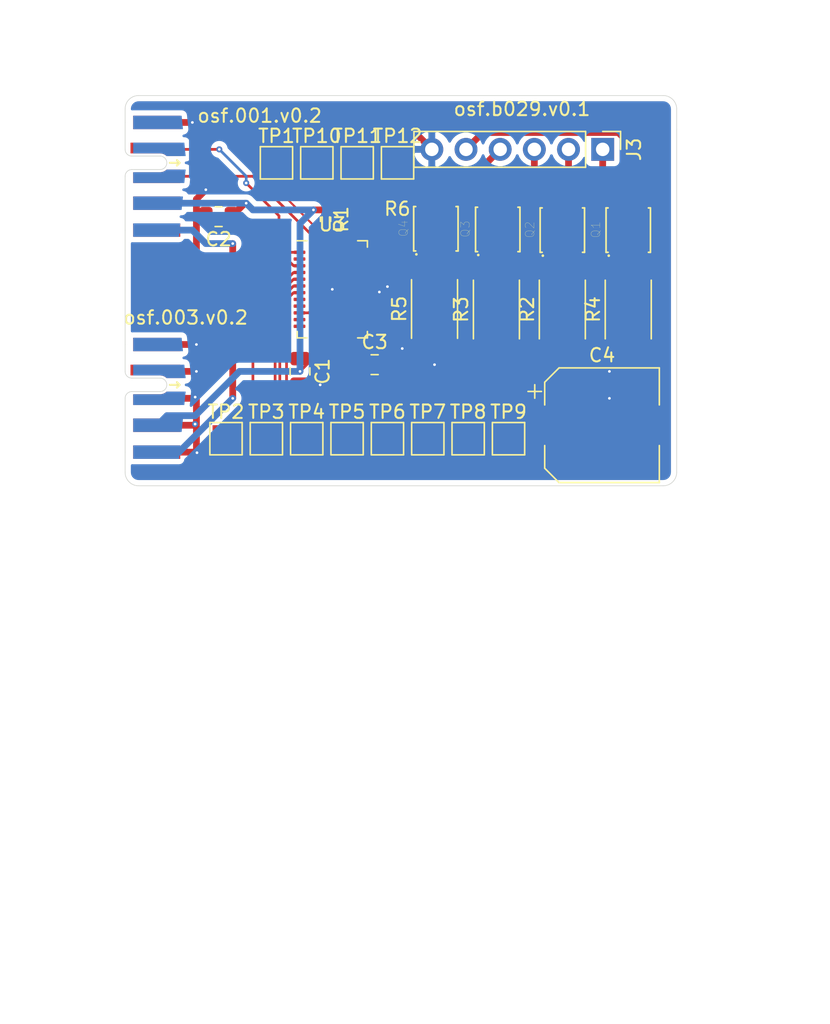
<source format=kicad_pcb>
(kicad_pcb (version 20211014) (generator pcbnew)
  (layers (0 "F.Cu" signal) (31 "B.Cu" signal) (34 "B.Paste" user) (35 "F.Paste" user) (36 "B.SilkS" user "B.Silkscreen") (37 "F.SilkS" user "F.Silkscreen") (38 "B.Mask" user) (39 "F.Mask" user) (44 "Edge.Cuts" user))
  (net 0 "")
  (net 1 "GND")
  (net 2 "+3V3")
  (net 3 "/Controller/SDA")
  (net 4 "/Controller/SCL")
  (net 5 "/Controller/SW4")
  (net 6 "Net-(Q1-Pad1)")
  (net 7 "Net-(Q1-Pad3)")
  (net 8 "/Controller/SW3")
  (net 9 "Net-(Q2-Pad1)")
  (net 10 "Net-(Q2-Pad3)")
  (net 11 "/Controller/SW2")
  (net 12 "Net-(Q3-Pad1)")
  (net 13 "Net-(Q3-Pad3)")
  (net 14 "/Controller/SW1")
  (net 15 "Net-(Q4-Pad1)")
  (net 16 "Net-(Q4-Pad3)")
  (net 17 "Net-(R1-Pad2)")
  (net 18 "Net-(J1-Pad10)")
  (net 19 "/Controller/int")
  (net 20 "Net-(TP2-Pad1)")
  (net 21 "Net-(TP3-Pad1)")
  (net 22 "Net-(TP4-Pad1)")
  (net 23 "Net-(TP5-Pad1)")
  (net 24 "Net-(TP6-Pad1)")
  (net 25 "Net-(TP7-Pad1)")
  (net 26 "Net-(TP8-Pad1)")
  (net 27 "Net-(TP9-Pad1)")
  (net 28 "Net-(TP10-Pad1)")
  (net 29 "Net-(TP11-Pad1)")
  (net 30 "/Controller/poe+")
  (net 31 "Net-(J1-Pad8)")
  (net 32 "Net-(J1-Pad5)")
  (net 33 "Net-(J1-Pad4)")
  (net 34 "Net-(J2-Pad8)")
  (net 35 "Net-(J2-Pad7)")
  (net 36 "Net-(J2-Pad6)")
  (net 37 "Net-(R6-Pad2)")
  (net 38 "Net-(U3-Pad12)")
  (net 39 "Net-(U3-Pad11)")
  (net 40 "Net-(U3-Pad9)")
  (net 41 "Net-(U3-Pad8)")
  (net 42 "Net-(U3-Pad2)")
  (footprint "AI-footprints:TRANS_FDMC86102LZ" (layer "F.Cu") (at 114.4 84 90)
    (fp_text reference "Q1")
    (fp_text value "FDMC86102LZ")
  )
  (footprint "AI-footprints:TRANS_FDMC86102LZ" (layer "F.Cu") (at 109.5 84 90)
    (fp_text reference "Q2")
    (fp_text value "FDMC86102LZ")
  )
  (footprint "AI-footprints:TRANS_FDMC86102LZ" (layer "F.Cu") (at 104.7 83.95 90)
    (fp_text reference "Q3")
    (fp_text value "FDMC86102LZ")
  )
  (footprint "AI-footprints:TRANS_FDMC86102LZ" (layer "F.Cu") (at 100.1 83.9 90)
    (fp_text reference "Q4")
    (fp_text value "FDMC86102LZ")
  )
  (footprint "Resistor_SMD:R_0402_1005Metric" (layer "F.Cu") (at 91.9 83.2 -90)
    (fp_text reference "R1")
    (fp_text value "2.2k")
  )
  (footprint "Resistor_SMD:R_2512_6332Metric" (layer "F.Cu") (at 109.5 89.9 90)
    (fp_text reference "R2")
    (fp_text value "250m")
  )
  (footprint "Resistor_SMD:R_2512_6332Metric" (layer "F.Cu") (at 104.6 89.9 90)
    (fp_text reference "R3")
    (fp_text value "250m")
  )
  (footprint "Resistor_SMD:R_2512_6332Metric" (layer "F.Cu") (at 114.4 89.9 90)
    (fp_text reference "R4")
    (fp_text value "250m")
  )
  (footprint "Resistor_SMD:R_2512_6332Metric" (layer "F.Cu") (at 100 89.8625 90)
    (fp_text reference "R5")
    (fp_text value "250m")
  )
  (footprint "Package_DFN_QFN:QFN-38-1EP_5x7mm_P0.5mm_EP3.15x5.15mm" (layer "F.Cu") (at 92.4 88.4)
    (fp_text reference "U3")
    (fp_text value "LTC4266AIUHF-4#PBF")
  )
  (footprint "on_edge:on_edge_2x05_device" (layer "F.Cu") (at 77 80 -90)
    (fp_text reference "J1")
    (fp_text value "001_I2C")
    (fp_line (start -4 0) (end -2 0) (layer "Edge.Cuts") (width 0.05))
    (fp_line (start -0.5 -0.5) (end -0.5 -2.6) (layer "Edge.Cuts") (width 0.05))
    (fp_line (start -1.5 -2.6) (end -1.5 -0.5) (layer "Edge.Cuts") (width 0.05))
    (fp_line (start 0 0) (end 4 0) (layer "Edge.Cuts") (width 0.05))
    (fp_arc (start -1.5 -2.6) (mid -1 -3.1) (end -0.5 -2.6) (layer "Edge.Cuts") (width 0.05))
    (fp_arc (start -1.5 -0.5) (mid -1.646447 -0.146447) (end -2 0) (layer "Edge.Cuts") (width 0.05))
    (fp_arc (start 0 0) (mid -0.353553 -0.146447) (end -0.5 -0.5) (layer "Edge.Cuts") (width 0.05))
  )
  (footprint "on_edge:on_edge_2x05_device" (layer "F.Cu") (at 77 96.5 -90)
    (fp_text reference "J2")
    (fp_text value "003_power")
    (fp_line (start 0 0) (end 4 0) (layer "Edge.Cuts") (width 0.05))
    (fp_line (start -0.5 -0.5) (end -0.5 -2.6) (layer "Edge.Cuts") (width 0.05))
    (fp_line (start -1.5 -2.6) (end -1.5 -0.5) (layer "Edge.Cuts") (width 0.05))
    (fp_line (start -4 0) (end -2 0) (layer "Edge.Cuts") (width 0.05))
    (fp_arc (start -1.5 -0.5) (mid -1.646447 -0.146447) (end -2 0) (layer "Edge.Cuts") (width 0.05))
    (fp_arc (start 0 0) (mid -0.353553 -0.146447) (end -0.5 -0.5) (layer "Edge.Cuts") (width 0.05))
    (fp_arc (start -1.5 -2.6) (mid -1 -3.1) (end -0.5 -2.6) (layer "Edge.Cuts") (width 0.05))
  )
  (footprint "TestPoint:TestPoint_Pad_2.0x2.0mm" (layer "F.Cu") (at 88.25 79)
    (fp_text reference "TP1")
    (fp_text value "int_tp")
  )
  (footprint "TestPoint:TestPoint_Pad_2.0x2.0mm" (layer "F.Cu") (at 84.5 99.5)
    (fp_text reference "TP2")
    (fp_text value "tp")
  )
  (footprint "TestPoint:TestPoint_Pad_2.0x2.0mm" (layer "F.Cu") (at 87.5 99.5)
    (fp_text reference "TP3")
    (fp_text value "tp")
  )
  (footprint "TestPoint:TestPoint_Pad_2.0x2.0mm" (layer "F.Cu") (at 90.5 99.5)
    (fp_text reference "TP4")
    (fp_text value "tp")
  )
  (footprint "TestPoint:TestPoint_Pad_2.0x2.0mm" (layer "F.Cu") (at 93.5 99.5)
    (fp_text reference "TP5")
    (fp_text value "tp")
  )
  (footprint "TestPoint:TestPoint_Pad_2.0x2.0mm" (layer "F.Cu") (at 96.5 99.5)
    (fp_text reference "TP6")
    (fp_text value "tp")
  )
  (footprint "TestPoint:TestPoint_Pad_2.0x2.0mm" (layer "F.Cu") (at 99.5 99.5)
    (fp_text reference "TP7")
    (fp_text value "tp")
  )
  (footprint "TestPoint:TestPoint_Pad_2.0x2.0mm" (layer "F.Cu") (at 102.5 99.5)
    (fp_text reference "TP8")
    (fp_text value "tp")
  )
  (footprint "TestPoint:TestPoint_Pad_2.0x2.0mm" (layer "F.Cu") (at 105.5 99.5)
    (fp_text reference "TP9")
    (fp_text value "tp")
  )
  (footprint "TestPoint:TestPoint_Pad_2.0x2.0mm" (layer "F.Cu") (at 94.25 79)
    (fp_text reference "TP11")
    (fp_text value "tp")
  )
  (footprint "Connector_PinHeader_2.54mm:PinHeader_1x06_P2.54mm_Vertical" (layer "F.Cu") (at 112.5 78 -90)
    (fp_text reference "J3")
    (fp_text value "Conn_01x06_Male")
  )
  (footprint "Capacitor_SMD:C_0805_2012Metric" (layer "F.Cu") (at 90 94.5 -90)
    (fp_text reference "C1")
    (fp_text value "100nF")
  )
  (footprint "Capacitor_SMD:C_0805_2012Metric" (layer "F.Cu") (at 83.95 83 180)
    (fp_text reference "C2")
    (fp_text value "1uF")
  )
  (footprint "Capacitor_SMD:C_0805_2012Metric" (layer "F.Cu") (at 95.55 94)
    (fp_text reference "C3")
    (fp_text value "1uF")
  )
  (footprint "Capacitor_SMD:CP_Elec_8x5.4" (layer "F.Cu") (at 112.45 98.5)
    (fp_text reference "C4")
    (fp_text value "100uF")
  )
  (footprint "Resistor_SMD:R_0402_1005Metric" (layer "F.Cu") (at 97.235 81.25 180)
    (fp_text reference "R6")
    (fp_text value "0R")
  )
  (footprint "TestPoint:TestPoint_Pad_2.0x2.0mm" (layer "F.Cu") (at 97.25 79)
    (fp_text reference "TP12")
    (fp_text value "tp")
  )
  (footprint "TestPoint:TestPoint_Pad_2.0x2.0mm" (layer "F.Cu") (at 91.25 79)
    (fp_text reference "TP10")
    (fp_text value "tp")
  )
  (gr_line (start 77 76) (end 77 75) (layer "Edge.Cuts") (width 0.05))
  (gr_arc (start 117 74) (mid 117.707107 74.292893) (end 118 75) (layer "Edge.Cuts") (width 0.05))
  (gr_line (start 117 74) (end 78 74) (layer "Edge.Cuts") (width 0.05))
  (gr_line (start 118 102) (end 118 76.5) (layer "Edge.Cuts") (width 0.05))
  (gr_line (start 117 103) (end 78 103) (layer "Edge.Cuts") (width 0.05))
  (gr_line (start 118 76.5) (end 118 75) (layer "Edge.Cuts") (width 0.05))
  (gr_arc (start 118 102) (mid 117.707107 102.707107) (end 117 103) (layer "Edge.Cuts") (width 0.05))
  (gr_line (start 77 92.5) (end 77 84) (layer "Edge.Cuts") (width 0.05))
  (gr_line (start 77 102) (end 77 100.5) (layer "Edge.Cuts") (width 0.05))
  (gr_arc (start 77 75) (mid 77.292893 74.292893) (end 78 74) (layer "Edge.Cuts") (width 0.05))
  (gr_arc (start 78 103) (mid 77.292893 102.707107) (end 77 102) (layer "Edge.Cuts") (width 0.05))
  (gr_text "osf.001.v0.2" (at 87 75.5) (layer "F.SilkS") (effects (font (size 1 1))))
  (gr_text "osf.003.v0.2" (at 81.5 90.5) (layer "F.SilkS") (effects (font (size 1 1))))
  (gr_text "osf.b029.v0.1" (at 106.5 75) (layer "F.SilkS") (effects (font (size 1 1))))
  (segment (start 100 92.825) (end 97.625 92.825) (width 0.5) (layer "F.Cu") (net 1))
  (segment (start 113 94.2625) (end 114.4 92.8625) (width 0.5) (layer "F.Cu") (net 1))
  (segment (start 97.625 92.825) (end 97.6 92.8) (width 0.5) (layer "F.Cu") (net 1))
  (segment (start 80.6 96.5) (end 82.116102 96.5) (width 0.5) (layer "F.Cu") (net 1))
  (segment (start 82.3 92.5) (end 82.3 100.5) (width 0.5) (layer "F.Cu") (net 1))
  (segment (start 82 76) (end 79.35 76) (width 0.5) (layer "F.Cu") (net 1))
  (segment (start 113 94.5) (end 113 94.2625) (width 0.5) (layer "F.Cu") (net 1))
  (segment (start 92.65 88.15) (end 92.4 88.4) (width 0.2) (layer "F.Cu") (net 1))
  (segment (start 90.65 90.15) (end 92.4 88.4) (width 0.2) (layer "F.Cu") (net 1))
  (segment (start 94.8375 88.5375) (end 94.8375 88.17501) (width 0.5) (layer "F.Cu") (net 1))
  (segment (start 80.6 94.5) (end 82.3 94.5) (width 0.5) (layer "F.Cu") (net 1))
  (segment (start 82.116102 98.5) (end 82.200863 98.415239) (width 0.5) (layer "F.Cu") (net 1))
  (segment (start 89.9625 90.15) (end 90.65 90.15) (width 0.2) (layer "F.Cu") (net 1))
  (segment (start 82.3 100.5) (end 82.341949 100.541949) (width 0.5) (layer "F.Cu") (net 1))
  (segment (start 115.5 98.5) (end 115 98.5) (width 0.5) (layer "F.Cu") (net 1))
  (segment (start 96.5 93.9) (end 97.6 92.8) (width 0.5) (layer "F.Cu") (net 1))
  (segment (start 97.72 81.25) (end 98.015 81.25) (width 0.15) (layer "F.Cu") (net 1))
  (segment (start 79.35 100.5) (end 82.3 100.5) (width 0.5) (layer "F.Cu") (net 1))
  (segment (start 82.3 83.3) (end 82.7 83.3) (width 0.5) (layer "F.Cu") (net 1))
  (segment (start 82.5 75.5) (end 82 76) (width 0.5) (layer "F.Cu") (net 1))
  (segment (start 94.9 88.6) (end 94.8375 88.5375) (width 0.5) (layer "F.Cu") (net 1))
  (segment (start 95.9 88.6) (end 94.9 88.6) (width 0.5) (layer "F.Cu") (net 1))
  (segment (start 96.5 88.2) (end 94.8875 88.2) (width 0.5) (layer "F.Cu") (net 1))
  (segment (start 96.5 94) (end 96.5 93.9) (width 0.5) (layer "F.Cu") (net 1))
  (segment (start 79.35 98.5) (end 82.116102 98.5) (width 0.5) (layer "F.Cu") (net 1))
  (segment (start 79.35 92.5) (end 82.3 92.5) (width 0.5) (layer "F.Cu") (net 1))
  (segment (start 92.65 88.65) (end 92.4 88.4) (width 0.2) (layer "F.Cu") (net 1))
  (segment (start 115 98.5) (end 113 96.5) (width 0.5) (layer "F.Cu") (net 1))
  (segment (start 91.45 95.45) (end 91.5 95.5) (width 0.5) (layer "F.Cu") (net 1))
  (segment (start 82.3 92.5) (end 82.3 83.3) (width 0.5) (layer "F.Cu") (net 1))
  (segment (start 94.8375 88.65) (end 92.65 88.65) (width 0.2) (layer "F.Cu") (net 1))
  (segment (start 82.3 81.7) (end 83 81) (width 0.5) (layer "F.Cu") (net 1))
  (segment (start 98.015 81.25) (end 99.8 79.465) (width 0.15) (layer "F.Cu") (net 1))
  (segment (start 114.4 92.8625) (end 100.0375 92.8625) (width 0.5) (layer "F.Cu") (net 1))
  (segment (start 99.8 78) (end 97.3 75.5) (width 0.5) (layer "F.Cu") (net 1))
  (segment (start 97.3 75.5) (end 82.5 75.5) (width 0.5) (layer "F.Cu") (net 1))
  (segment (start 82.116102 96.5) (end 82.208051 96.408051) (width 0.5) (layer "F.Cu") (net 1))
  (segment (start 90 95.45) (end 91.45 95.45) (width 0.5) (layer "F.Cu") (net 1))
  (segment (start 94.8875 88.2) (end 94.86251 88.17501) (width 0.5) (layer "F.Cu") (net 1))
  (segment (start 100.0375 92.8625) (end 100 92.825) (width 0.5) (layer "F.Cu") (net 1))
  (segment (start 82.7 83.3) (end 83 83) (width 0.5) (layer "F.Cu") (net 1))
  (segment (start 99.8 79.202081) (end 99.8 78) (width 0.15) (layer "F.Cu") (net 1))
  (segment (start 100 92.825) (end 100 94) (width 0.5) (layer "F.Cu") (net 1))
  (segment (start 94.8375 88.15) (end 92.65 88.15) (width 0.2) (layer "F.Cu") (net 1))
  (segment (start 82.3 83.3) (end 82.3 81.7) (width 0.5) (layer "F.Cu") (net 1))
  (segment (start 99.8 79.465) (end 99.8 79.202081) (width 0.15) (layer "F.Cu") (net 1))
  (via (at 91.5 95.5) (size 0.45) (drill 0.2) (layers "F.Cu" "B.Cu") (net 1))
  (via (at 100 94) (size 0.45) (drill 0.2) (layers "F.Cu" "B.Cu") (net 1))
  (via (at 95.9 88.6) (size 0.45) (drill 0.2) (layers "F.Cu" "B.Cu") (net 1))
  (via (at 96.5 88.2) (size 0.45) (drill 0.2) (layers "F.Cu" "B.Cu") (net 1))
  (via (at 82.208051 96.408051) (size 0.45) (drill 0.2) (layers "F.Cu" "B.Cu") (net 1))
  (via (at 113 96.5) (size 0.45) (drill 0.2) (layers "F.Cu" "B.Cu") (net 1))
  (via (at 82.3 92.5) (size 0.45) (drill 0.2) (layers "F.Cu" "B.Cu") (net 1))
  (via (at 82.341949 100.541949) (size 0.45) (drill 0.2) (layers "F.Cu" "B.Cu") (net 1))
  (via (at 82.200863 98.415239) (size 0.45) (drill 0.2) (layers "F.Cu" "B.Cu") (net 1))
  (via (at 82.3 94.5) (size 0.45) (drill 0.2) (layers "F.Cu" "B.Cu") (net 1))
  (via (at 82 76) (size 0.45) (drill 0.2) (layers "F.Cu" "B.Cu") (net 1))
  (via (at 92.4 88.4) (size 0.45) (drill 0.2) (layers "F.Cu" "B.Cu") (net 1))
  (via (at 97.6 92.8) (size 0.45) (drill 0.2) (layers "F.Cu" "B.Cu") (net 1))
  (via (at 83 81) (size 0.45) (drill 0.2) (layers "F.Cu" "B.Cu") (net 1))
  (via (at 113 94.5) (size 0.45) (drill 0.2) (layers "F.Cu" "B.Cu") (net 1))
  (segment (start 100 92) (end 96.5 88.5) (width 0.5) (layer "B.Cu") (net 1))
  (segment (start 96.5 88.5) (end 96.5 88.2) (width 0.5) (layer "B.Cu") (net 1))
  (segment (start 97.6 90.3) (end 95.9 88.6) (width 0.5) (layer "B.Cu") (net 1))
  (segment (start 99.8 78) (end 99.8 84.9) (width 0.5) (layer "B.Cu") (net 1))
  (segment (start 82 80) (end 82 76) (width 0.5) (layer "B.Cu") (net 1))
  (segment (start 83 81) (end 82 80) (width 0.5) (layer "B.Cu") (net 1))
  (segment (start 97.6 92.8) (end 97.6 90.3) (width 0.5) (layer "B.Cu") (net 1))
  (segment (start 99.8 84.9) (end 96.5 88.2) (width 0.5) (layer "B.Cu") (net 1))
  (segment (start 100 94) (end 100 92) (width 0.5) (layer "B.Cu") (net 1))
  (segment (start 91.5 89.3) (end 92.4 88.4) (width 0.5) (layer "B.Cu") (net 1))
  (segment (start 113 96.5) (end 113 94.5) (width 0.5) (layer "B.Cu") (net 1))
  (segment (start 91.5 95.5) (end 91.5 89.3) (width 0.5) (layer "B.Cu") (net 1))
  (segment (start 91 82.5) (end 91.71 82.5) (width 0.5) (layer "F.Cu") (net 2))
  (segment (start 90.75 93.55) (end 90.9 93.4) (width 0.5) (layer "F.Cu") (net 2))
  (segment (start 90.9 91.8375) (end 90.9 93.4) (width 0.2) (layer "F.Cu") (net 2))
  (segment (start 84.9 83) (end 85.9 82) (width 0.5) (layer "F.Cu") (net 2))
  (segment (start 90 94.5) (end 90 93.55) (width 0.5) (layer "F.Cu") (net 2))
  (segment (start 85.9 82) (end 86 82) (width 0.5) (layer "F.Cu") (net 2))
  (segment (start 91.71 82.5) (end 91.9 82.69) (width 0.5) (layer "F.Cu") (net 2))
  (segment (start 90.9 93.6) (end 90 94.5) (width 0.2) (layer "F.Cu") (net 2))
  (segment (start 90.9 93.4) (end 90.9 93.6) (width 0.2) (layer "F.Cu") (net 2))
  (segment (start 90 93.55) (end 90.75 93.55) (width 0.5) (layer "F.Cu") (net 2))
  (via (at 86 82) (size 0.45) (drill 0.2) (layers "F.Cu" "B.Cu") (net 2))
  (via (at 91 82.5) (size 0.45) (drill 0.2) (layers "F.Cu" "B.Cu") (net 2))
  (via (at 90 94.5) (size 0.45) (drill 0.2) (layers "F.Cu" "B.Cu") (net 2))
  (segment (start 82.209762 97.790238) (end 85.5 94.5) (width 0.5) (layer "B.Cu") (net 2))
  (segment (start 80.109762 97.790238) (end 82.209762 97.790238) (width 0.5) (layer "B.Cu") (net 2))
  (segment (start 86.5 82.5) (end 86 82) (width 0.5) (layer "B.Cu") (net 2))
  (segment (start 91 82.5) (end 86.5 82.5) (width 0.5) (layer "B.Cu") (net 2))
  (segment (start 85.5 94.5) (end 90 94.5) (width 0.5) (layer "B.Cu") (net 2))
  (segment (start 79.4 82) (end 86 82) (width 0.5) (layer "B.Cu") (net 2))
  (segment (start 90 94.5) (end 90 83.5) (width 0.5) (layer "B.Cu") (net 2))
  (segment (start 90 83.5) (end 91 82.5) (width 0.5) (layer "B.Cu") (net 2))
  (segment (start 79.4 98.5) (end 80.109762 97.790238) (width 0.5) (layer "B.Cu") (net 2))
  (segment (start 89.9625 86.65) (end 89.525 86.65) (width 0.2) (layer "F.Cu") (net 3))
  (segment (start 89.525 86.65) (end 88.4375 85.5625) (width 0.2) (layer "F.Cu") (net 3))
  (segment (start 89.9625 85.65) (end 88.525 85.65) (width 0.2) (layer "F.Cu") (net 3))
  (segment (start 88.4375 82.9375) (end 86 80.5) (width 0.2) (layer "F.Cu") (net 3))
  (segment (start 84 78) (end 80.6 78) (width 0.2) (layer "F.Cu") (net 3))
  (segment (start 88.525 85.65) (end 88.4375 85.5625) (width 0.2) (layer "F.Cu") (net 3))
  (segment (start 88.4375 85.5625) (end 88.4375 82.9375) (width 0.2) (layer "F.Cu") (net 3))
  (via (at 86 80.5) (size 0.45) (drill 0.2) (layers "F.Cu" "B.Cu") (net 3))
  (via (at 84 78) (size 0.45) (drill 0.2) (layers "F.Cu" "B.Cu") (net 3))
  (segment (start 86 80.5) (end 86 80) (width 0.2) (layer "B.Cu") (net 3))
  (segment (start 86 80) (end 84 78) (width 0.2) (layer "B.Cu") (net 3))
  (segment (start 90.9 84.4) (end 86.5 80) (width 0.2) (layer "F.Cu") (net 4))
  (segment (start 90.9 84.9625) (end 90.9 84.4) (width 0.2) (layer "F.Cu") (net 4))
  (segment (start 86.5 80) (end 80.6 80) (width 0.2) (layer "F.Cu") (net 4))
  (segment (start 111.42501 85.13999) (end 113.015 83.55) (width 0.2) (layer "F.Cu") (net 5))
  (segment (start 111.425009 87.507111) (end 111.42501 85.13999) (width 0.2) (layer "F.Cu") (net 5))
  (segment (start 112.5 81.65) (end 114.4 83.55) (width 0.5) (layer "F.Cu") (net 5))
  (segment (start 113.015 83.55) (end 114.4 83.55) (width 0.2) (layer "F.Cu") (net 5))
  (segment (start 112.5 78) (end 112.5 81.65) (width 0.5) (layer "F.Cu") (net 5))
  (segment (start 99.36002 90.65) (end 99.410042 90.599978) (width 0.2) (layer "F.Cu") (net 5))
  (segment (start 94.8375 90.65) (end 99.36002 90.65) (width 0.2) (layer "F.Cu") (net 5))
  (segment (start 99.410042 90.599978) (end 108.332142 90.599978) (width 0.2) (layer "F.Cu") (net 5))
  (segment (start 108.332142 90.599978) (end 111.425009 87.507111) (width 0.2) (layer "F.Cu") (net 5))
  (segment (start 113.425 82.6) (end 115.375 82.6) (width 0.5) (layer "F.Cu") (net 5))
  (segment (start 108.40211 91.025) (end 111.775019 87.652091) (width 0.2) (layer "F.Cu") (net 6))
  (segment (start 94.9625 91.025) (end 108.40211 91.025) (width 0.2) (layer "F.Cu") (net 6))
  (segment (start 113 84.7) (end 115.225 84.7) (width 0.2) (layer "F.Cu") (net 6))
  (segment (start 115.375 84.85) (end 115.375 85.4) (width 0.2) (layer "F.Cu") (net 6))
  (segment (start 111.77502 85.92498) (end 113 84.7) (width 0.2) (layer "F.Cu") (net 6))
  (segment (start 111.775019 87.652091) (end 111.77502 85.92498) (width 0.2) (layer "F.Cu") (net 6))
  (segment (start 94.8375 91.15) (end 94.9625 91.025) (width 0.2) (layer "F.Cu") (net 6))
  (segment (start 115.225 84.7) (end 115.375 84.85) (width 0.2) (layer "F.Cu") (net 6))
  (segment (start 95.1625 91.8375) (end 95.6 91.4) (width 0.2) (layer "F.Cu") (net 7))
  (segment (start 112.12503 86.07497) (end 112.8 85.4) (width 0.2) (layer "F.Cu") (net 7))
  (segment (start 113.425 85.9625) (end 114.4 86.9375) (width 0.5) (layer "F.Cu") (net 7))
  (segment (start 113.425 85.4) (end 113.425 85.9625) (width 0.5) (layer "F.Cu") (net 7))
  (segment (start 114.725 85.4) (end 114.725 86.6125) (width 0.5) (layer "F.Cu") (net 7))
  (segment (start 113.425 85.4) (end 113.9 85.4) (width 0.5) (layer "F.Cu") (net 7))
  (segment (start 93.9 91.8375) (end 95.1625 91.8375) (width 0.2) (layer "F.Cu") (net 7))
  (segment (start 114.075 86.6125) (end 114.4 86.9375) (width 0.5) (layer "F.Cu") (net 7))
  (segment (start 114.075 85.4) (end 114.075 86.6125) (width 0.5) (layer "F.Cu") (net 7))
  (segment (start 112.12503 87.79707) (end 112.12503 86.07497) (width 0.2) (layer "F.Cu") (net 7))
  (segment (start 112.1 87.8221) (end 112.12503 87.79707) (width 0.2) (layer "F.Cu") (net 7))
  (segment (start 108.522104 91.4) (end 112.1 87.822104) (width 0.2) (layer "F.Cu") (net 7))
  (segment (start 112.8 85.4) (end 113.9 85.4) (width 0.2) (layer "F.Cu") (net 7))
  (segment (start 114.725 86.6125) (end 114.4 86.9375) (width 0.5) (layer "F.Cu") (net 7))
  (segment (start 113.9 85.4) (end 114.725 85.4) (width 0.5) (layer "F.Cu") (net 7))
  (segment (start 95.6 91.4) (end 108.522104 91.4) (width 0.2) (layer "F.Cu") (net 7))
  (segment (start 112.1 87.822104) (end 112.1 87.8221) (width 0.2) (layer "F.Cu") (net 7))
  (segment (start 94.8375 89.15) (end 104.882124 89.15) (width 0.2) (layer "F.Cu") (net 8))
  (segment (start 106.5 85.2) (end 108.15 83.55) (width 0.2) (layer "F.Cu") (net 8))
  (segment (start 108.15 83.55) (end 109.5 83.55) (width 0.2) (layer "F.Cu") (net 8))
  (segment (start 109.96 83.09) (end 109.5 83.55) (width 0.5) (layer "F.Cu") (net 8))
  (segment (start 106.5 86.3) (end 106.5 85.2) (width 0.2) (layer "F.Cu") (net 8))
  (segment (start 106.52501 86.32501) (end 106.5 86.3) (width 0.2) (layer "F.Cu") (net 8))
  (segment (start 106.52501 87.507114) (end 106.52501 86.32501) (width 0.2) (layer "F.Cu") (net 8))
  (segment (start 109.96 78) (end 109.96 83.09) (width 0.5) (layer "F.Cu") (net 8))
  (segment (start 108.525 82.6) (end 110.475 82.6) (width 0.5) (layer "F.Cu") (net 8))
  (segment (start 104.882124 89.15) (end 106.52501 87.507114) (width 0.2) (layer "F.Cu") (net 8))
  (segment (start 106.9 85.6) (end 107.8 84.7) (width 0.2) (layer "F.Cu") (net 9))
  (segment (start 106.899999 87.627113) (end 106.9 85.6) (width 0.2) (layer "F.Cu") (net 9))
  (segment (start 110.475 84.85) (end 110.475 85.4) (width 0.2) (layer "F.Cu") (net 9))
  (segment (start 105.002112 89.525) (end 106.899999 87.627113) (width 0.2) (layer "F.Cu") (net 9))
  (segment (start 94.8375 89.65) (end 94.9625 89.525) (width 0.2) (layer "F.Cu") (net 9))
  (segment (start 107.8 84.7) (end 110.325 84.7) (width 0.2) (layer "F.Cu") (net 9))
  (segment (start 110.325 84.7) (end 110.475 84.85) (width 0.2) (layer "F.Cu") (net 9))
  (segment (start 94.9625 89.525) (end 105.002112 89.525) (width 0.2) (layer "F.Cu") (net 9))
  (segment (start 105.122102 89.9) (end 107.25001 87.772092) (width 0.2) (layer "F.Cu") (net 10))
  (segment (start 109.825 86.6125) (end 109.5 86.9375) (width 0.5) (layer "F.Cu") (net 10))
  (segment (start 95.65 90.15) (end 95.9 89.9) (width 0.2) (layer "F.Cu") (net 10))
  (segment (start 94.8375 90.15) (end 95.65 90.15) (width 0.2) (layer "F.Cu") (net 10))
  (segment (start 95.9 89.9) (end 105.122102 89.9) (width 0.2) (layer "F.Cu") (net 10))
  (segment (start 108.525 85.9625) (end 109.5 86.9375) (width 0.5) (layer "F.Cu") (net 10))
  (segment (start 109.175 86.6125) (end 109.5 86.9375) (width 0.5) (layer "F.Cu") (net 10))
  (segment (start 107.25001 87.772092) (end 107.25001 86.24999) (width 0.2) (layer "F.Cu") (net 10))
  (segment (start 108.525 85.4) (end 109.825 85.4) (width 0.5) (layer "F.Cu") (net 10))
  (segment (start 108.1 85.4) (end 108.525 85.4) (width 0.2) (layer "F.Cu") (net 10))
  (segment (start 108.525 85.4) (end 108.525 85.9625) (width 0.5) (layer "F.Cu") (net 10))
  (segment (start 109.175 85.4) (end 109.175 86.6125) (width 0.5) (layer "F.Cu") (net 10))
  (segment (start 107.25001 86.24999) (end 108.1 85.4) (width 0.2) (layer "F.Cu") (net 10))
  (segment (start 109.825 85.4) (end 109.825 86.6125) (width 0.5) (layer "F.Cu") (net 10))
  (segment (start 107.42 80.78) (end 104.7 83.5) (width 0.5) (layer "F.Cu") (net 11))
  (segment (start 98.367885 87.762509) (end 101.632115 87.762509) (width 0.2) (layer "F.Cu") (net 11))
  (segment (start 107.42 78) (end 107.42 80.78) (width 0.5) (layer "F.Cu") (net 11))
  (segment (start 103.315 83.5) (end 104.7 83.5) (width 0.2) (layer "F.Cu") (net 11))
  (segment (start 101.999978 84.815022) (end 103.315 83.5) (width 0.2) (layer "F.Cu") (net 11))
  (segment (start 97.255376 86.65) (end 98.367885 87.762509) (width 0.2) (layer "F.Cu") (net 11))
  (segment (start 101.999978 87.394646) (end 101.999978 84.815022) (width 0.2) (layer "F.Cu") (net 11))
  (segment (start 101.632115 87.762509) (end 101.999978 87.394646) (width 0.2) (layer "F.Cu") (net 11))
  (segment (start 103.725 82.55) (end 105.675 82.55) (width 0.5) (layer "F.Cu") (net 11))
  (segment (start 94.8375 86.65) (end 97.255376 86.65) (width 0.2) (layer "F.Cu") (net 11))
  (segment (start 105.475 84.6) (end 105.675 84.8) (width 0.2) (layer "F.Cu") (net 12))
  (segment (start 101.777094 88.11252) (end 102.349989 87.539625) (width 0.2) (layer "F.Cu") (net 12))
  (segment (start 103.464998 84.6) (end 105.475 84.6) (width 0.2) (layer "F.Cu") (net 12))
  (segment (start 98.222907 88.11252) (end 101.777094 88.11252) (width 0.2) (layer "F.Cu") (net 12))
  (segment (start 97.260386 87.15) (end 98.222907 88.11252) (width 0.2) (layer "F.Cu") (net 12))
  (segment (start 102.349989 87.539625) (end 102.349989 85.715009) (width 0.2) (layer "F.Cu") (net 12))
  (segment (start 105.675 84.8) (end 105.675 85.35) (width 0.2) (layer "F.Cu") (net 12))
  (segment (start 94.8375 87.15) (end 97.260386 87.15) (width 0.2) (layer "F.Cu") (net 12))
  (segment (start 102.349989 85.715009) (end 103.464998 84.6) (width 0.2) (layer "F.Cu") (net 12))
  (segment (start 98.077929 88.462531) (end 102.137469 88.462531) (width 0.2) (layer "F.Cu") (net 13))
  (segment (start 103.725 85.35) (end 105.025 85.35) (width 0.5) (layer "F.Cu") (net 13))
  (segment (start 102.7 87.9) (end 102.7 86.375) (width 0.2) (layer "F.Cu") (net 13))
  (segment (start 102.7 86.375) (end 103.725 85.35) (width 0.2) (layer "F.Cu") (net 13))
  (segment (start 94.8375 87.65) (end 97.265398 87.65) (width 0.2) (layer "F.Cu") (net 13))
  (segment (start 102.137469 88.462531) (end 102.7 87.9) (width 0.2) (layer "F.Cu") (net 13))
  (segment (start 104.375 85.35) (end 104.375 86.7125) (width 0.5) (layer "F.Cu") (net 13))
  (segment (start 104.375 86.7125) (end 104.6 86.9375) (width 0.5) (layer "F.Cu") (net 13))
  (segment (start 97.265398 87.65) (end 98.077929 88.462531) (width 0.2) (layer "F.Cu") (net 13))
  (segment (start 104.88 78) (end 100.1 82.78) (width 0.5) (layer "F.Cu") (net 14))
  (segment (start 99.45 83.45) (end 100.1 83.45) (width 0.2) (layer "F.Cu") (net 14))
  (segment (start 93.9 84.9625) (end 97.9375 84.9625) (width 0.2) (layer "F.Cu") (net 14))
  (segment (start 100.1 82.78) (end 100.1 83.45) (width 0.5) (layer "F.Cu") (net 14))
  (segment (start 101 82.5) (end 99.125 82.5) (width 0.5) (layer "F.Cu") (net 14))
  (segment (start 97.9375 84.9625) (end 99.45 83.45) (width 0.2) (layer "F.Cu") (net 14))
  (segment (start 98.9 84.6) (end 100.735002 84.6) (width 0.2) (layer "F.Cu") (net 15))
  (segment (start 100.735002 84.6) (end 101.075 84.939998) (width 0.2) (layer "F.Cu") (net 15))
  (segment (start 97.85 85.65) (end 98.9 84.6) (width 0.2) (layer "F.Cu") (net 15))
  (segment (start 94.8375 85.65) (end 97.85 85.65) (width 0.2) (layer "F.Cu") (net 15))
  (segment (start 101.075 84.939998) (end 101.075 85.3) (width 0.2) (layer "F.Cu") (net 15))
  (segment (start 99.775 86.675) (end 100 86.9) (width 0.5) (layer "F.Cu") (net 16))
  (segment (start 99.125 85.3) (end 100.425 85.3) (width 0.5) (layer "F.Cu") (net 16))
  (segment (start 100.425 86.475) (end 100 86.9) (width 0.5) (layer "F.Cu") (net 16))
  (segment (start 94.8375 86.15) (end 97.95 86.15) (width 0.2) (layer "F.Cu") (net 16))
  (segment (start 98.8 85.3) (end 99.125 85.3) (width 0.2) (layer "F.Cu") (net 16))
  (segment (start 100.425 85.3) (end 100.425 86.475) (width 0.5) (layer "F.Cu") (net 16))
  (segment (start 99.125 85.3) (end 99.125 86.025) (width 0.5) (layer "F.Cu") (net 16))
  (segment (start 99.125 86.025) (end 100 86.9) (width 0.5) (layer "F.Cu") (net 16))
  (segment (start 97.95 86.15) (end 98.8 85.3) (width 0.2) (layer "F.Cu") (net 16))
  (segment (start 99.775 85.3) (end 99.775 86.675) (width 0.5) (layer "F.Cu") (net 16))
  (segment (start 91.9 83.71) (end 91.9 84.9625) (width 0.2) (layer "F.Cu") (net 17))
  (segment (start 85 96.5) (end 85 85) (width 0.5) (layer "F.Cu") (net 18))
  (via (at 85 96.5) (size 0.45) (drill 0.2) (layers "F.Cu" "B.Cu") (net 18))
  (via (at 85 85) (size 0.45) (drill 0.2) (layers "F.Cu" "B.Cu") (net 18))
  (segment (start 82 84) (end 79.3 84) (width 0.5) (layer "B.Cu") (net 18))
  (segment (start 79.3 100.5) (end 81 100.5) (width 0.5) (layer "B.Cu") (net 18))
  (segment (start 85 85) (end 83 85) (width 0.5) (layer "B.Cu") (net 18))
  (segment (start 83 85) (end 82 84) (width 0.5) (layer "B.Cu") (net 18))
  (segment (start 81 100.5) (end 85 96.5) (width 0.5) (layer "B.Cu") (net 18))
  (segment (start 91.4 84.9625) (end 91.525 84.8375) (width 0.15) (layer "F.Cu") (net 19))
  (segment (start 91.525 84.8375) (end 91.525 84.164132) (width 0.15) (layer "F.Cu") (net 19))
  (segment (start 88.25 80.15) (end 88.25 79) (width 0.15) (layer "F.Cu") (net 19))
  (segment (start 91.525 84.164132) (end 88.25 80.889132) (width 0.15) (layer "F.Cu") (net 19))
  (segment (start 88.25 80.889132) (end 88.25 80.15) (width 0.15) (layer "F.Cu") (net 19))
  (segment (start 86.5 97.5) (end 84.5 99.5) (width 0.2) (layer "F.Cu") (net 20))
  (segment (start 86.5 90.175) (end 86.5 97.5) (width 0.2) (layer "F.Cu") (net 20))
  (segment (start 89.525 87.15) (end 86.5 90.175) (width 0.2) (layer "F.Cu") (net 20))
  (segment (start 89.9625 87.15) (end 89.525 87.15) (width 0.2) (layer "F.Cu") (net 20))
  (segment (start 88.149989 96.649989) (end 87.5 97.299978) (width 0.2) (layer "F.Cu") (net 21))
  (segment (start 88.149989 89.025011) (end 88.149989 96.649989) (width 0.2) (layer "F.Cu") (net 21))
  (segment (start 89.9625 87.65) (end 89.525 87.65) (width 0.2) (layer "F.Cu") (net 21))
  (segment (start 87.5 97.299978) (end 87.5 99.5) (width 0.2) (layer "F.Cu") (net 21))
  (segment (start 89.525 87.65) (end 88.149989 89.025011) (width 0.2) (layer "F.Cu") (net 21))
  (segment (start 89.525 88.15) (end 88.5 89.175) (width 0.2) (layer "F.Cu") (net 22))
  (segment (start 88.5 96.49499) (end 90.255009 98.249999) (width 0.2) (layer "F.Cu") (net 22))
  (segment (start 90.255009 98.249999) (end 90.255009 99.255009) (width 0.2) (layer "F.Cu") (net 22))
  (segment (start 88.5 89.175) (end 88.5 96.49499) (width 0.2) (layer "F.Cu") (net 22))
  (segment (start 89.9625 88.15) (end 89.525 88.15) (width 0.2) (layer "F.Cu") (net 22))
  (segment (start 90.255009 99.255009) (end 90.5 99.5) (width 0.2) (layer "F.Cu") (net 22))
  (segment (start 90.399988 97.899988) (end 90.844981 97.899989) (width 0.2) (layer "F.Cu") (net 23))
  (segment (start 92 98) (end 93.5 99.5) (width 0.2) (layer "F.Cu") (net 23))
  (segment (start 89 89.175) (end 89 96.5) (width 0.2) (layer "F.Cu") (net 23))
  (segment (start 89.525 88.65) (end 89 89.175) (width 0.2) (layer "F.Cu") (net 23))
  (segment (start 89.9625 88.65) (end 89.525 88.65) (width 0.2) (layer "F.Cu") (net 23))
  (segment (start 90.944992 98) (end 92 98) (width 0.2) (layer "F.Cu") (net 23))
  (segment (start 89 96.5) (end 90.399988 97.899988) (width 0.2) (layer "F.Cu") (net 23))
  (segment (start 90.844981 97.899989) (end 90.944992 98) (width 0.2) (layer "F.Cu") (net 23))
  (segment (start 91.4 91.8375) (end 91.4 94.39499) (width 0.2) (layer "F.Cu") (net 24))
  (segment (start 95.255009 98.255009) (end 96.5 99.5) (width 0.2) (layer "F.Cu") (net 24))
  (segment (start 91.4 94.39499) (end 95.255009 98.249999) (width 0.2) (layer "F.Cu") (net 24))
  (segment (start 95.255009 98.249999) (end 95.255009 98.255009) (width 0.2) (layer "F.Cu") (net 24))
  (segment (start 91.9 94.4) (end 95.399988 97.899988) (width 0.2) (layer "F.Cu") (net 25))
  (segment (start 97.899988 97.899988) (end 99.5 99.5) (width 0.2) (layer "F.Cu") (net 25))
  (segment (start 91.9 91.8375) (end 91.9 94.4) (width 0.2) (layer "F.Cu") (net 25))
  (segment (start 95.399988 97.899988) (end 97.899988 97.899988) (width 0.2) (layer "F.Cu") (net 25))
  (segment (start 101.950002 97.5) (end 102.5 98.049998) (width 0.2) (layer "F.Cu") (net 26))
  (segment (start 92.4 91.8375) (end 92.4 94.4) (width 0.2) (layer "F.Cu") (net 26))
  (segment (start 95.5 97.5) (end 101.950002 97.5) (width 0.2) (layer "F.Cu") (net 26))
  (segment (start 102.5 98.049998) (end 102.5 99.5) (width 0.2) (layer "F.Cu") (net 26))
  (segment (start 92.4 94.4) (end 95.5 97.5) (width 0.2) (layer "F.Cu") (net 26))
  (segment (start 96 97) (end 104.450002 97) (width 0.2) (layer "F.Cu") (net 27))
  (segment (start 92.9 91.8375) (end 92.9 93.9) (width 0.2) (layer "F.Cu") (net 27))
  (segment (start 104.450002 97) (end 105.5 98.049998) (width 0.2) (layer "F.Cu") (net 27))
  (segment (start 92.9 93.9) (end 96 97) (width 0.2) (layer "F.Cu") (net 27))
  (segment (start 105.5 98.049998) (end 105.5 99.5) (width 0.2) (layer "F.Cu") (net 27))
  (segment (start 92.525 84.8375) (end 92.525 79.125) (width 0.15) (layer "F.Cu") (net 28))
  (segment (start 92.525 79.125) (end 92.4 79) (width 0.15) (layer "F.Cu") (net 28))
  (segment (start 92.4 79) (end 91.25 79) (width 0.15) (layer "F.Cu") (net 28))
  (segment (start 92.4 84.9625) (end 92.525 84.8375) (width 0.15) (layer "F.Cu") (net 28))
  (segment (start 92.9 84.9625) (end 93.025 84.8375) (width 0.15) (layer "F.Cu") (net 29))
  (segment (start 94 80.25) (end 94.15 80.25) (width 0.15) (layer "F.Cu") (net 29))
  (segment (start 94.15 80.25) (end 94.25 80.15) (width 0.15) (layer "F.Cu") (net 29))
  (segment (start 93.025 84.8375) (end 93.025 81.225) (width 0.15) (layer "F.Cu") (net 29))
  (segment (start 93.025 81.225) (end 94 80.25) (width 0.15) (layer "F.Cu") (net 29))
  (segment (start 94.25 80.15) (end 94.25 79) (width 0.15) (layer "F.Cu") (net 29))
  (segment (start 109.5 95.5) (end 96 95.5) (width 0.5) (layer "F.Cu") (net 30))
  (segment (start 109.4 98.5) (end 109.4 95.6) (width 0.5) (layer "F.Cu") (net 30))
  (segment (start 103.590001 76.749999) (end 113.670001 76.749999) (width 0.5) (layer "F.Cu") (net 30))
  (segment (start 102.34 78) (end 103.590001 76.749999) (width 0.5) (layer "F.Cu") (net 30))
  (segment (start 113.670001 76.749999) (end 116.47501 79.555008) (width 0.5) (layer "F.Cu") (net 30))
  (segment (start 96 95.5) (end 94 93.5) (width 0.5) (layer "F.Cu") (net 30))
  (segment (start 109.4 95.6) (end 109.5 95.5) (width 0.5) (layer "F.Cu") (net 30))
  (segment (start 114.469256 95.5) (end 109.5 95.5) (width 0.5) (layer "F.Cu") (net 30))
  (segment (start 93.4 91.8375) (end 93.4 92.9) (width 0.2) (layer "F.Cu") (net 30))
  (segment (start 93.4 92.9) (end 94 93.5) (width 0.2) (layer "F.Cu") (net 30))
  (segment (start 116.47501 93.494246) (end 114.469256 95.5) (width 0.5) (layer "F.Cu") (net 30))
  (segment (start 116.47501 79.555008) (end 116.47501 93.494246) (width 0.5) (layer "F.Cu") (net 30))
  (segment (start 94 83.75) (end 93.534623 84.215377) (width 0.15) (layer "F.Cu") (net 37))
  (segment (start 93.525 84.225) (end 94 83.75) (width 0.15) (layer "F.Cu") (net 37))
  (segment (start 96.75 81.25) (end 96.75 79.5) (width 0.15) (layer "F.Cu") (net 37))
  (segment (start 96.75 81.25) (end 96.75 81.57) (width 0.15) (layer "F.Cu") (net 37))
  (segment (start 96.75 81.57) (end 94.57 83.75) (width 0.15) (layer "F.Cu") (net 37))
  (segment (start 96.75 79.5) (end 97.25 79) (width 0.15) (layer "F.Cu") (net 37))
  (segment (start 93.4 84.9625) (end 93.525 84.8375) (width 0.15) (layer "F.Cu") (net 37))
  (segment (start 94.57 83.75) (end 94 83.75) (width 0.15) (layer "F.Cu") (net 37))
  (segment (start 93.525 84.8375) (end 93.525 84.225) (width 0.15) (layer "F.Cu") (net 37))
  (zone (net 1) (net_name "GND") (layer "B.Cu") (connect_pads (clearance 0.4)) (min_thickness 0.2) (fill yes (thermal_gap 0.508) (thermal_bridge_width 0.508))
    (polygon (pts (xy 128.2 141.2) (xy 68.9 140.9) (xy 69 69.1) (xy 128.7 69)))
  )
)
</source>
